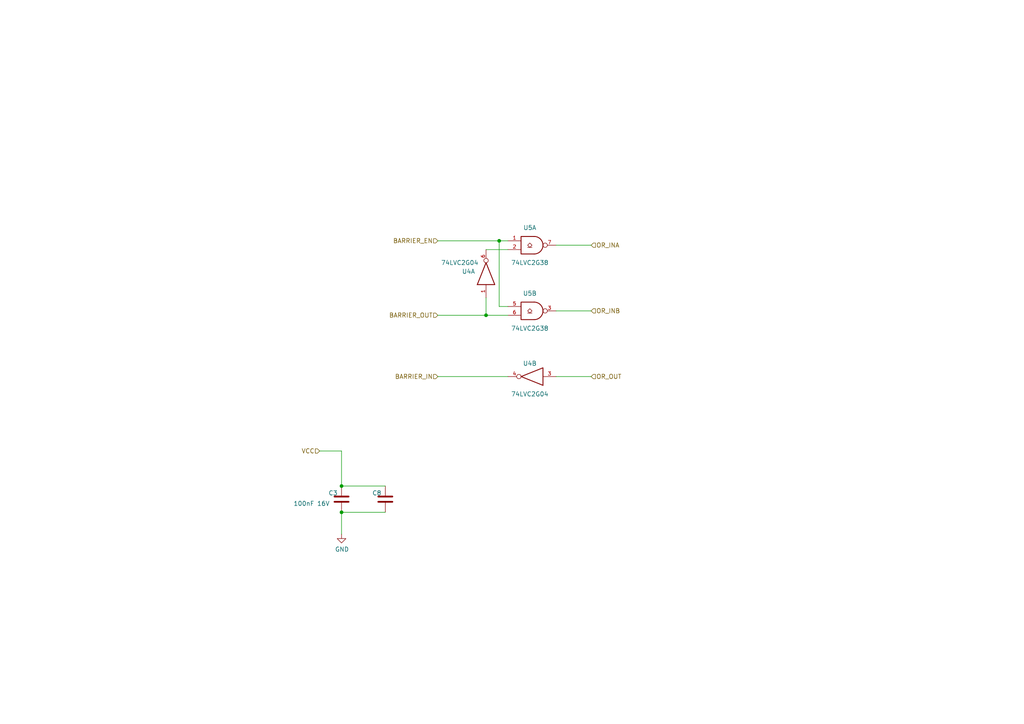
<source format=kicad_sch>
(kicad_sch (version 20230121) (generator eeschema)
  (paper "A4")
  (lib_symbols
    (symbol "74xGxx:74LVC2G04" (pin_names (offset 1.016))
      (property "Reference" "U" (at -2.54 3.81 0))
      (property "Value" "74LVC2G04" (at 0 -3.81 0))
      (symbol "74LVC2G04_0_1"
        (polyline (pts (xy -3.81 2.54) (xy -3.81 -2.54) (xy 2.54 0) (xy -3.81 2.54)) (stroke (width 0.254)))
        (pin power_in line (at 0 -2.54 270) (length 0) hide (name "GND") (number "2"))
        (pin power_in line (at 0 2.54 90) (length 0) hide (name "VCC") (number "5"))
      )
      (symbol "74LVC2G04_1_1"
        (pin input line (at -7.62 0 0) (length 3.81) (name "~") (number "1"))
        (pin output inverted (at 6.35 0 180) (length 3.81) (name "~") (number "6"))
      )
      (symbol "74LVC2G04_2_1"
        (pin input line (at -7.62 0 0) (length 3.81) (name "~") (number "3"))
        (pin output inverted (at 6.35 0 180) (length 3.81) (name "~") (number "4"))
      )
    )
    (symbol "74xGxx:74LVC2G38" (pin_names (offset 1.016))
      (property "Reference" "U" (at -2.54 3.81 0))
      (property "Value" "74LVC2G38" (at 0 -3.81 0))
      (symbol "74LVC2G38_0_1"
        (arc (start 0 -2.54) (mid 2.529 0) (end 0 2.54) (stroke (width 0.254)))
        (polyline (pts (xy -1.905 -0.635) (xy -0.635 -0.635)))
        (polyline (pts (xy 0 -2.54) (xy -3.81 -2.54) (xy -3.81 2.54) (xy 0 2.54)) (stroke (width 0.254)))
        (polyline (pts (xy -1.27 0.635) (xy -1.905 0) (xy -1.27 -0.635) (xy -0.635 0) (xy -1.27 0.635)))
        (pin power_in line (at 0 -2.54 270) (length 0) hide (name "GND") (number "4"))
        (pin power_in line (at 0 2.54 90) (length 0) hide (name "VCC") (number "8"))
      )
      (symbol "74LVC2G38_1_1"
        (pin input line (at -7.62 1.27 0) (length 3.81) (name "~") (number "1"))
        (pin input line (at -7.62 -1.27 0) (length 3.81) (name "~") (number "2"))
        (pin open_collector inverted (at 6.35 0 180) (length 3.81) (name "~") (number "7"))
      )
      (symbol "74LVC2G38_2_1"
        (pin open_collector inverted (at 6.35 0 180) (length 3.81) (name "~") (number "3"))
        (pin input line (at -7.62 1.27 0) (length 3.81) (name "~") (number "5"))
        (pin input line (at -7.62 -1.27 0) (length 3.81) (name "~") (number "6"))
      )
    )
    (symbol "Device:C" (pin_numbers hide) (pin_names (offset 0.254))
      (property "Reference" "C" (at 0.635 2.54 0))
      (property "Value" "C" (at 0.635 -2.54 0))
      (symbol "C_0_1"
        (polyline (pts (xy -2.032 -0.762) (xy 2.032 -0.762)) (stroke (width 0.508)))
        (polyline (pts (xy -2.032 0.762) (xy 2.032 0.762)) (stroke (width 0.508)))
      )
      (symbol "C_1_1"
        (pin passive line (at 0 3.81 270) (length 2.794) (name "~") (number "1"))
        (pin passive line (at 0 -3.81 90) (length 2.794) (name "~") (number "2"))
      )
    )
    (symbol "power:GND" (power) (pin_names (offset 0))
      (property "Value" "GND" (at 0 -3.81 0))
      (symbol "GND_0_1"
        (polyline (pts (xy 0 0) (xy 0 -1.27) (xy 1.27 -1.27) (xy 0 -2.54) (xy -1.27 -1.27) (xy 0 -1.27)))
      )
      (symbol "GND_1_1"
        (pin power_in line (at 0 0 270) (length 0) hide (name "GND") (number "1"))
      )
    )
  )
  (junction (at 99.06 140.97))
  (junction (at 140.97 91.44))
  (junction (at 99.06 148.59))
  (junction (at 144.78 69.85))
  (wire (pts (xy 140.97 91.44) (xy 147.32 91.44)))
  (wire (pts (xy 99.06 130.81) (xy 99.06 140.97)))
  (wire (pts (xy 127 91.44) (xy 140.97 91.44)))
  (wire (pts (xy 140.97 72.39) (xy 147.32 72.39)))
  (wire (pts (xy 144.78 69.85) (xy 147.32 69.85)))
  (wire (pts (xy 99.06 154.94) (xy 99.06 148.59)))
  (wire (pts (xy 111.76 148.59) (xy 99.06 148.59)))
  (wire (pts (xy 127 69.85) (xy 144.78 69.85)))
  (wire (pts (xy 161.29 90.17) (xy 171.45 90.17)))
  (wire (pts (xy 140.97 91.44) (xy 140.97 86.36)))
  (wire (pts (xy 161.29 109.22) (xy 171.45 109.22)))
  (wire (pts (xy 92.71 130.81) (xy 99.06 130.81)))
  (wire (pts (xy 127 109.22) (xy 147.32 109.22)))
  (wire (pts (xy 147.32 88.9) (xy 144.78 88.9)))
  (wire (pts (xy 161.29 71.12) (xy 171.45 71.12)))
  (wire (pts (xy 99.06 140.97) (xy 111.76 140.97)))
  (wire (pts (xy 144.78 88.9) (xy 144.78 69.85)))
  (text "To bus" (at 363.22 161.29 0) (effects (font (size 1.27 1.27)) (justify left bottom)))
  (hierarchical_label "BARRIER_EN" (shape input) (at 127 69.85 180))
  (hierarchical_label "BARRIER_IN" (shape input) (at 127 109.22 180))
  (hierarchical_label "OR_OUT" (shape input) (at 171.45 109.22 0))
  (hierarchical_label "VCC" (shape input) (at 92.71 130.81 180))
  (hierarchical_label "BARRIER_OUT" (shape input) (at 127 91.44 180))
  (hierarchical_label "OR_INB" (shape input) (at 171.45 90.17 0))
  (hierarchical_label "OR_INA" (shape input) (at 171.45 71.12 0))
  (symbol (lib_id "74xGxx:74LVC2G04") (at 153.67 109.22 180) (unit 2)
    (property "Reference" "U4" (at 153.67 105.41 0))
    (property "Value" "74LVC2G04" (at 153.67 114.3 0))
    (property "Footprint" "Package_TO_SOT_SMD:SOT-23-6" (effects hide))
    (property "Datasheet" "http://www.ti.com/lit/sg/scyt129e/scyt129e.pdf" (effects hide))
  )
  (symbol (lib_id "74xGxx:74LVC2G04") (at 140.97 78.74 90) (unit 1)
    (property "Reference" "U4" (at 135.89 78.74 90))
    (property "Value" "74LVC2G04" (at 133.35 76.2 90))
    (property "Footprint" "Package_TO_SOT_SMD:SOT-23-6" (effects hide))
    (property "Datasheet" "http://www.ti.com/lit/sg/scyt129e/scyt129e.pdf" (effects hide))
  )
  (symbol (lib_id "Device:C") (at 111.76 144.78 0) (unit 1)
    (property "Reference" "C8" (at 107.95 143.002 0) (effects (justify left)))
    (property "Value" "100nF 16V" (effects hide))
    (property "Footprint" "Capacitor_SMD:C_0603_1608Metric" (effects hide))
    (property "MPN" "C0805C104K4RACTU" (effects hide))
    (property "Manufacturer" "Kemet" (effects hide))
    (property "digkey.com" "399-1167-2-ND" (effects hide))
  )
  (symbol (lib_id "74xGxx:74LVC2G38") (at 154.94 90.17 0) (unit 2)
    (property "Reference" "U5" (at 153.67 85.09 0))
    (property "Value" "74LVC2G38" (at 153.67 95.25 0))
    (property "Footprint" "Package_SO:VSSOP-8_2.3x2mm_P0.5mm" (effects hide))
    (property "Datasheet" "http://www.ti.com/lit/sg/scyt129e/scyt129e.pdf" (effects hide))
  )
  (symbol (lib_id "74xGxx:74LVC2G38") (at 154.94 71.12 0) (unit 1)
    (property "Reference" "U5" (at 153.67 66.04 0))
    (property "Value" "74LVC2G38" (at 153.67 76.2 0))
    (property "Footprint" "Package_SO:VSSOP-8_2.3x2mm_P0.5mm" (effects hide))
    (property "Datasheet" "http://www.ti.com/lit/sg/scyt129e/scyt129e.pdf" (effects hide))
  )
  (symbol (lib_id "power:GND") (at 99.06 154.94 0) (unit 1)
    (property "Reference" "#PWR029" (effects hide))
    (property "Value" "GND" (at 99.187 159.3342 0))
  )
  (symbol (lib_id "Device:C") (at 99.06 144.78 0) (unit 1)
    (property "Reference" "C3" (at 95.25 143.002 0) (effects (justify left)))
    (property "Value" "100nF 16V" (at 85.09 146.05 0) (effects (justify left)))
    (property "Footprint" "Capacitor_SMD:C_0603_1608Metric" (effects hide))
    (property "MPN" "C0805C104K4RACTU" (effects hide))
    (property "Manufacturer" "Kemet" (effects hide))
    (property "digkey.com" "399-1167-2-ND" (effects hide))
  )
)
</source>
